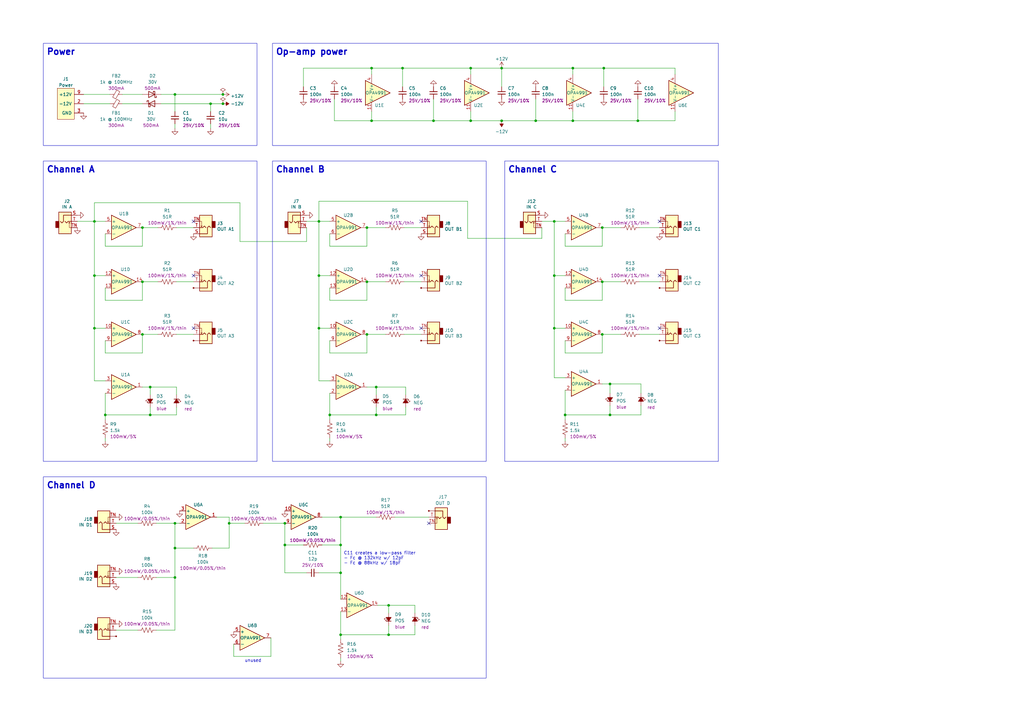
<source format=kicad_sch>
(kicad_sch (version 20230121) (generator eeschema)
  (paper "A3")
  (title_block (title "Helium") (date "2023-04-05") (rev "v3") (company "Winterbloom") (comment 1 "Alethea Flowers") (comment 2 "CERN OHL-P v2") (comment 3 "helium.wntr.dev"))
  (junction (at 152.4 49.53))
  (junction (at 219.71 49.53))
  (junction (at 71.755 236.855))
  (junction (at 71.755 38.735))
  (junction (at 93.98 214.63))
  (junction (at 91.44 42.545))
  (junction (at 154.305 170.18))
  (junction (at 159.385 248.285))
  (junction (at 130.81 113.03))
  (junction (at 61.595 158.75))
  (junction (at 91.44 38.735))
  (junction (at 227.33 113.03))
  (junction (at 61.595 170.18))
  (junction (at 130.81 90.805))
  (junction (at 43.18 170.18))
  (junction (at 150.495 115.57))
  (junction (at 154.305 158.75))
  (junction (at 234.95 49.53))
  (junction (at 58.42 137.16))
  (junction (at 227.33 134.62))
  (junction (at 247.65 27.94))
  (junction (at 86.36 42.545))
  (junction (at 227.33 90.805))
  (junction (at 159.385 260.35))
  (junction (at 116.84 214.63))
  (junction (at 177.8 49.53))
  (junction (at 205.74 27.94))
  (junction (at 247.015 115.57))
  (junction (at 135.255 170.18))
  (junction (at 130.81 134.62))
  (junction (at 261.62 49.53))
  (junction (at 139.7 223.52))
  (junction (at 193.04 27.94))
  (junction (at 58.42 93.345))
  (junction (at 205.74 49.53))
  (junction (at 38.735 90.805))
  (junction (at 247.015 137.16))
  (junction (at 139.7 234.95))
  (junction (at 250.19 170.18))
  (junction (at 165.1 27.94))
  (junction (at 250.19 157.48))
  (junction (at 152.4 27.94))
  (junction (at 193.04 49.53))
  (junction (at 38.735 134.62))
  (junction (at 71.755 214.63))
  (junction (at 234.95 27.94))
  (junction (at 71.755 224.79))
  (junction (at 231.775 170.18))
  (junction (at 58.42 115.57))
  (junction (at 247.015 93.345))
  (junction (at 150.495 137.16))
  (junction (at 150.495 93.345))
  (junction (at 139.7 212.09))
  (junction (at 38.735 113.03))
  (junction (at 139.7 260.35))
  (junction (at 116.84 223.52))
  (no_connect (at 79.375 134.62))
  (no_connect (at 270.51 134.62))
  (no_connect (at 172.72 113.03))
  (no_connect (at 172.72 134.62))
  (no_connect (at 172.72 90.805))
  (no_connect (at 175.895 214.63))
  (no_connect (at 79.375 113.03))
  (no_connect (at 79.375 90.805))
  (no_connect (at 270.51 113.03))
  (no_connect (at 270.51 90.805))
  (wire (pts (xy 66.04 38.735) (xy 71.755 38.735)))
  (wire (pts (xy 150.495 123.19) (xy 135.255 123.19)))
  (wire (pts (xy 150.495 137.16) (xy 150.495 144.78)))
  (wire (pts (xy 64.135 236.855) (xy 71.755 236.855)))
  (wire (pts (xy 205.74 27.94) (xy 205.74 35.56)))
  (wire (pts (xy 150.495 100.965) (xy 150.495 93.345)))
  (wire (pts (xy 95.885 269.24) (xy 111.125 269.24)))
  (wire (pts (xy 231.775 100.965) (xy 247.015 100.965)))
  (wire (pts (xy 88.9 212.09) (xy 93.98 212.09)))
  (wire (pts (xy 43.18 123.19) (xy 43.18 118.11)))
  (wire (pts (xy 116.84 234.95) (xy 116.84 223.52)))
  (wire (pts (xy 71.755 236.855) (xy 71.755 258.445)))
  (wire (pts (xy 43.18 100.965) (xy 43.18 95.885)))
  (wire (pts (xy 154.305 170.18) (xy 166.37 170.18)))
  (wire (pts (xy 154.305 212.09) (xy 139.7 212.09)))
  (wire (pts (xy 130.81 113.03) (xy 130.81 134.62)))
  (wire (pts (xy 98.425 83.185) (xy 98.425 99.06)))
  (wire (pts (xy 43.18 170.18) (xy 43.18 161.29)))
  (wire (pts (xy 231.775 172.085) (xy 231.775 170.18)))
  (wire (pts (xy 219.71 49.53) (xy 234.95 49.53)))
  (wire (pts (xy 234.95 49.53) (xy 234.95 45.72)))
  (wire (pts (xy 170.18 260.35) (xy 170.18 256.54)))
  (wire (pts (xy 262.255 137.16) (xy 270.51 137.16)))
  (wire (pts (xy 107.95 214.63) (xy 116.84 214.63)))
  (wire (pts (xy 154.305 161.925) (xy 154.305 158.75)))
  (wire (pts (xy 154.305 158.75) (xy 166.37 158.75)))
  (wire (pts (xy 270.51 115.57) (xy 262.255 115.57)))
  (wire (pts (xy 137.16 49.53) (xy 152.4 49.53)))
  (wire (pts (xy 231.775 100.965) (xy 231.775 95.885)))
  (wire (pts (xy 61.595 170.18) (xy 61.595 167.005)))
  (wire (pts (xy 219.71 49.53) (xy 219.71 40.64)))
  (wire (pts (xy 93.98 214.63) (xy 93.98 224.79)))
  (wire (pts (xy 166.37 158.75) (xy 166.37 161.925)))
  (wire (pts (xy 270.51 93.345) (xy 262.255 93.345)))
  (wire (pts (xy 64.77 137.16) (xy 58.42 137.16)))
  (wire (pts (xy 152.4 49.53) (xy 177.8 49.53)))
  (wire (pts (xy 71.755 258.445) (xy 64.135 258.445)))
  (wire (pts (xy 247.015 144.78) (xy 247.015 137.16)))
  (wire (pts (xy 34.29 38.735) (xy 45.085 38.735)))
  (wire (pts (xy 64.77 115.57) (xy 58.42 115.57)))
  (wire (pts (xy 135.255 170.18) (xy 135.255 161.29)))
  (wire (pts (xy 61.595 161.925) (xy 61.595 158.75)))
  (wire (pts (xy 58.42 115.57) (xy 58.42 123.19)))
  (wire (pts (xy 56.515 214.63) (xy 47.625 214.63)))
  (wire (pts (xy 72.39 93.345) (xy 79.375 93.345)))
  (wire (pts (xy 139.7 223.52) (xy 139.7 212.09)))
  (wire (pts (xy 231.775 123.19) (xy 231.775 118.11)))
  (wire (pts (xy 152.4 27.94) (xy 152.4 30.48)))
  (wire (pts (xy 135.255 144.78) (xy 135.255 139.7)))
  (wire (pts (xy 111.125 269.24) (xy 111.125 261.62)))
  (wire (pts (xy 205.74 27.94) (xy 234.95 27.94)))
  (wire (pts (xy 139.7 260.35) (xy 139.7 250.825)))
  (wire (pts (xy 43.18 172.085) (xy 43.18 170.18)))
  (wire (pts (xy 227.33 134.62) (xy 227.33 154.94)))
  (wire (pts (xy 205.74 49.53) (xy 219.71 49.53)))
  (wire (pts (xy 38.735 156.21) (xy 43.18 156.21)))
  (wire (pts (xy 79.375 224.79) (xy 71.755 224.79)))
  (wire (pts (xy 250.19 170.18) (xy 262.89 170.18)))
  (wire (pts (xy 193.04 49.53) (xy 193.04 45.72)))
  (wire (pts (xy 231.775 170.18) (xy 250.19 170.18)))
  (wire (pts (xy 191.77 97.79) (xy 222.25 97.79)))
  (wire (pts (xy 38.735 134.62) (xy 38.735 156.21)))
  (wire (pts (xy 254.635 137.16) (xy 247.015 137.16)))
  (wire (pts (xy 56.515 236.855) (xy 47.625 236.855)))
  (wire (pts (xy 135.255 100.965) (xy 150.495 100.965)))
  (wire (pts (xy 86.36 52.705) (xy 86.36 50.8)))
  (wire (pts (xy 47.625 258.445) (xy 56.515 258.445)))
  (wire (pts (xy 58.42 123.19) (xy 43.18 123.19)))
  (wire (pts (xy 227.33 113.03) (xy 227.33 134.62)))
  (wire (pts (xy 250.19 166.37) (xy 250.19 170.18)))
  (wire (pts (xy 139.7 234.95) (xy 139.7 223.52)))
  (wire (pts (xy 250.19 157.48) (xy 262.89 157.48)))
  (wire (pts (xy 135.255 123.19) (xy 135.255 118.11)))
  (wire (pts (xy 61.595 158.75) (xy 72.39 158.75)))
  (wire (pts (xy 247.015 123.19) (xy 247.015 115.57)))
  (wire (pts (xy 159.385 251.46) (xy 159.385 248.285)))
  (wire (pts (xy 124.46 27.94) (xy 152.4 27.94)))
  (wire (pts (xy 100.33 214.63) (xy 93.98 214.63)))
  (wire (pts (xy 158.115 115.57) (xy 150.495 115.57)))
  (wire (pts (xy 262.89 157.48) (xy 262.89 161.29)))
  (wire (pts (xy 159.385 248.285) (xy 154.94 248.285)))
  (wire (pts (xy 43.18 144.78) (xy 43.18 139.7)))
  (wire (pts (xy 231.775 144.78) (xy 247.015 144.78)))
  (wire (pts (xy 130.81 90.805) (xy 130.81 82.55)))
  (wire (pts (xy 231.775 144.78) (xy 231.775 139.7)))
  (wire (pts (xy 177.8 40.64) (xy 177.8 49.53)))
  (wire (pts (xy 177.8 49.53) (xy 193.04 49.53)))
  (wire (pts (xy 43.18 100.965) (xy 58.42 100.965)))
  (wire (pts (xy 38.735 134.62) (xy 43.18 134.62)))
  (wire (pts (xy 191.77 82.55) (xy 191.77 97.79)))
  (wire (pts (xy 61.595 170.18) (xy 72.39 170.18)))
  (wire (pts (xy 125.73 234.95) (xy 116.84 234.95)))
  (wire (pts (xy 43.18 90.805) (xy 38.735 90.805)))
  (wire (pts (xy 71.755 214.63) (xy 73.66 214.63)))
  (wire (pts (xy 159.385 260.35) (xy 159.385 256.54)))
  (wire (pts (xy 193.04 30.48) (xy 193.04 27.94)))
  (wire (pts (xy 139.7 271.145) (xy 139.7 269.875)))
  (wire (pts (xy 130.81 82.55) (xy 191.77 82.55)))
  (wire (pts (xy 261.62 49.53) (xy 261.62 40.64)))
  (wire (pts (xy 38.735 83.185) (xy 98.425 83.185)))
  (wire (pts (xy 152.4 45.72) (xy 152.4 49.53)))
  (wire (pts (xy 58.42 144.78) (xy 43.18 144.78)))
  (wire (pts (xy 250.19 161.29) (xy 250.19 157.48)))
  (wire (pts (xy 98.425 99.06) (xy 125.73 99.06)))
  (wire (pts (xy 227.33 134.62) (xy 231.775 134.62)))
  (wire (pts (xy 58.42 100.965) (xy 58.42 93.345)))
  (wire (pts (xy 227.33 90.805) (xy 222.25 90.805)))
  (wire (pts (xy 231.775 170.18) (xy 231.775 160.02)))
  (wire (pts (xy 137.16 40.64) (xy 137.16 49.53)))
  (wire (pts (xy 139.7 262.255) (xy 139.7 260.35)))
  (wire (pts (xy 161.925 212.09) (xy 175.895 212.09)))
  (wire (pts (xy 124.46 35.56) (xy 124.46 27.94)))
  (wire (pts (xy 276.86 27.94) (xy 276.86 30.48)))
  (wire (pts (xy 38.735 90.805) (xy 38.735 83.185)))
  (wire (pts (xy 234.95 27.94) (xy 247.65 27.94)))
  (wire (pts (xy 165.1 27.94) (xy 193.04 27.94)))
  (wire (pts (xy 86.36 42.545) (xy 86.36 45.72)))
  (wire (pts (xy 139.7 234.95) (xy 139.7 245.745)))
  (wire (pts (xy 135.255 90.805) (xy 130.81 90.805)))
  (wire (pts (xy 247.65 27.94) (xy 247.65 35.56)))
  (wire (pts (xy 93.98 212.09) (xy 93.98 214.63)))
  (wire (pts (xy 130.81 156.21) (xy 135.255 156.21)))
  (wire (pts (xy 72.39 137.16) (xy 79.375 137.16)))
  (wire (pts (xy 247.015 100.965) (xy 247.015 93.345)))
  (wire (pts (xy 125.73 99.06) (xy 125.73 93.345)))
  (wire (pts (xy 139.7 212.09) (xy 132.08 212.09)))
  (wire (pts (xy 132.08 223.52) (xy 139.7 223.52)))
  (wire (pts (xy 93.98 224.79) (xy 86.995 224.79)))
  (wire (pts (xy 50.165 42.545) (xy 58.42 42.545)))
  (wire (pts (xy 58.42 137.16) (xy 58.42 144.78)))
  (wire (pts (xy 165.735 137.16) (xy 172.72 137.16)))
  (wire (pts (xy 135.255 172.085) (xy 135.255 170.18)))
  (wire (pts (xy 71.755 214.63) (xy 71.755 224.79)))
  (wire (pts (xy 165.735 93.345) (xy 172.72 93.345)))
  (wire (pts (xy 71.755 52.705) (xy 71.755 50.8)))
  (wire (pts (xy 38.735 113.03) (xy 38.735 134.62)))
  (wire (pts (xy 71.755 38.735) (xy 91.44 38.735)))
  (wire (pts (xy 150.495 144.78) (xy 135.255 144.78)))
  (wire (pts (xy 130.81 134.62) (xy 130.81 156.21)))
  (wire (pts (xy 64.135 214.63) (xy 71.755 214.63)))
  (wire (pts (xy 66.04 42.545) (xy 86.36 42.545)))
  (wire (pts (xy 262.89 166.37) (xy 262.89 170.18)))
  (wire (pts (xy 227.33 113.03) (xy 231.775 113.03)))
  (wire (pts (xy 158.115 93.345) (xy 150.495 93.345)))
  (wire (pts (xy 43.18 179.705) (xy 43.18 180.975)))
  (wire (pts (xy 71.755 38.735) (xy 71.755 45.72)))
  (wire (pts (xy 135.255 100.965) (xy 135.255 95.885)))
  (wire (pts (xy 31.75 90.805) (xy 38.735 90.805)))
  (wire (pts (xy 116.84 214.63) (xy 116.84 223.52)))
  (wire (pts (xy 159.385 248.285) (xy 170.18 248.285)))
  (wire (pts (xy 72.39 158.75) (xy 72.39 161.925)))
  (wire (pts (xy 193.04 27.94) (xy 205.74 27.94)))
  (wire (pts (xy 234.95 49.53) (xy 261.62 49.53)))
  (wire (pts (xy 38.735 113.03) (xy 43.18 113.03)))
  (wire (pts (xy 154.305 158.75) (xy 150.495 158.75)))
  (wire (pts (xy 231.775 90.805) (xy 227.33 90.805)))
  (wire (pts (xy 34.29 42.545) (xy 45.085 42.545)))
  (wire (pts (xy 234.95 27.94) (xy 234.95 30.48)))
  (wire (pts (xy 135.255 170.18) (xy 154.305 170.18)))
  (wire (pts (xy 150.495 115.57) (xy 150.495 123.19)))
  (wire (pts (xy 158.115 137.16) (xy 150.495 137.16)))
  (wire (pts (xy 254.635 115.57) (xy 247.015 115.57)))
  (wire (pts (xy 116.84 223.52) (xy 124.46 223.52)))
  (wire (pts (xy 227.33 90.805) (xy 227.33 113.03)))
  (wire (pts (xy 247.65 27.94) (xy 276.86 27.94)))
  (wire (pts (xy 276.86 49.53) (xy 261.62 49.53)))
  (wire (pts (xy 231.775 179.705) (xy 231.775 180.975)))
  (wire (pts (xy 43.18 170.18) (xy 61.595 170.18)))
  (wire (pts (xy 130.81 90.805) (xy 130.81 113.03)))
  (wire (pts (xy 276.86 45.72) (xy 276.86 49.53)))
  (wire (pts (xy 64.77 93.345) (xy 58.42 93.345)))
  (wire (pts (xy 130.81 90.805) (xy 125.73 90.805)))
  (wire (pts (xy 165.1 27.94) (xy 165.1 35.56)))
  (wire (pts (xy 130.81 234.95) (xy 139.7 234.95)))
  (wire (pts (xy 165.735 115.57) (xy 172.72 115.57)))
  (wire (pts (xy 130.81 113.03) (xy 135.255 113.03)))
  (wire (pts (xy 227.33 154.94) (xy 231.775 154.94)))
  (wire (pts (xy 165.1 27.94) (xy 152.4 27.94)))
  (wire (pts (xy 154.305 167.005) (xy 154.305 170.18)))
  (wire (pts (xy 254.635 93.345) (xy 247.015 93.345)))
  (wire (pts (xy 170.18 248.285) (xy 170.18 251.46)))
  (wire (pts (xy 61.595 158.75) (xy 58.42 158.75)))
  (wire (pts (xy 130.81 134.62) (xy 135.255 134.62)))
  (wire (pts (xy 95.885 264.16) (xy 95.885 269.24)))
  (wire (pts (xy 231.775 123.19) (xy 247.015 123.19)))
  (wire (pts (xy 135.255 179.705) (xy 135.255 180.975)))
  (wire (pts (xy 50.165 38.735) (xy 58.42 38.735)))
  (wire (pts (xy 166.37 167.005) (xy 166.37 170.18)))
  (wire (pts (xy 139.7 260.35) (xy 159.385 260.35)))
  (wire (pts (xy 250.19 157.48) (xy 247.015 157.48)))
  (wire (pts (xy 193.04 49.53) (xy 205.74 49.53)))
  (wire (pts (xy 71.755 236.855) (xy 71.755 224.79)))
  (wire (pts (xy 72.39 170.18) (xy 72.39 167.005)))
  (wire (pts (xy 38.735 90.805) (xy 38.735 113.03)))
  (wire (pts (xy 159.385 260.35) (xy 170.18 260.35)))
  (wire (pts (xy 86.36 42.545) (xy 91.44 42.545)))
  (wire (pts (xy 72.39 115.57) (xy 79.375 115.57)))
  (wire (pts (xy 222.25 97.79) (xy 222.25 93.345)))
  (rectangle (start 207.01 66.04) (end 294.64 189.23))
  (rectangle (start 17.78 195.58) (end 199.39 278.13))
  (rectangle (start 17.78 66.04) (end 105.41 189.23))
  (rectangle (start 111.76 17.78) (end 294.64 59.69))
  (rectangle (start 17.78 17.78) (end 105.41 59.69))
  (rectangle (start 111.76 66.04) (end 199.39 189.23))
  (text "Channel B" (at 113.03 71.12 0) (effects (font (size 2.54 2.54) (thickness 0.508) bold) (justify left bottom)))
  (text "C11 creates a low-pass filter\n- Fc @ 132kHz w/ 12pF\n- Fc @ 88kHz w/ 18pF" (at 140.97 231.775 0) (effects (font (size 1.27 1.27)) (justify left bottom)))
  (text "Channel A" (at 19.05 71.12 0) (effects (font (size 2.54 2.54) (thickness 0.508) bold) (justify left bottom)))
  (text "Op-amp power" (at 113.03 22.86 0) (effects (font (size 2.54 2.54) (thickness 0.508) bold) (justify left bottom)))
  (text "Power" (at 19.05 22.86 0) (effects (font (size 2.54 2.54) (thickness 0.508) bold) (justify left bottom)))
  (text "Channel C" (at 208.28 71.12 0) (effects (font (size 2.54 2.54) (thickness 0.508) bold) (justify left bottom)))
  (text "unused\n" (at 100.33 271.78 0) (effects (font (size 1.27 1.27)) (justify left bottom)))
  (text "Channel D" (at 19.05 200.66 0) (effects (font (size 2.54 2.54) (thickness 0.508) bold) (justify left bottom)))
  (symbol (lib_id "winterbloom:OPA4991") (at 50.8 93.345 0) (unit 2)
    (property "Reference" "U1" (at 50.8 87.63 0))
    (property "Value" "OPA4991" (at 45.72 93.345 0) (effects (justify left)))
    (property "Footprint" "Package_SO:TSSOP-14_4.4x5mm_P0.65mm" (effects hide))
    (property "Datasheet" "https://www.ti.com/lit/ds/symlink/opa4991.pdf" (effects hide))
    (property "mpn" "OPA4991IPWR" (effects hide))
    (property "smd kit" "1" (effects hide))
  )
  (symbol (lib_id "winterbloom:Eurorack_Mono_Jack") (at 26.67 92.075 180) (unit 1)
    (property "Reference" "J2" (at 27.4828 82.55 0))
    (property "Value" "IN A" (at 27.4828 84.8614 0))
    (property "Footprint" "winterbloom:AudioJack_WQP518MA_Compact_S" (effects hide))
    (property "Datasheet" "http://www.qingpu-electronics.com/en/products/WQP-PJ398SM-362.html" (effects hide))
    (property "mpn" "WQP-WQP518MA" (effects hide))
    (property "MPN" "WQP-WQP518MA" (effects hide))
  )
  (symbol (lib_id "Device:R_US") (at 68.58 93.345 270) (unit 1)
    (property "Reference" "R1" (at 68.58 86.36 90))
    (property "Value" "51R" (at 68.58 88.9 90))
    (property "Footprint" "winterbloom:R_0603_HandSolder" (effects hide))
    (property "Notes" "thin film, highest possible wattage for size" (effects hide))
    (property "smd kit" "1" (effects hide))
    (property "Rating" "100mW/1%/thin" (at 68.58 91.44 90))
  )
  (symbol (lib_id "winterbloom:Eurorack_Mono_Jack") (at 84.455 92.075 0) (unit 1)
    (property "Reference" "J3" (at 89.027 91.6432 0) (effects (justify left)))
    (property "Value" "OUT A1" (at 89.027 93.9546 0) (effects (justify left)))
    (property "Footprint" "winterbloom:AudioJack_WQP518MA_Compact_S" (effects hide))
    (property "Datasheet" "http://www.qingpu-electronics.com/en/products/WQP-PJ398SM-362.html" (effects hide))
    (property "mpn" "WQP-WQP518MA" (effects hide))
    (property "MPN" "WQP-WQP518MA" (effects hide))
  )
  (symbol (lib_id "power:GND") (at 79.375 95.885 0) (unit 1)
    (property "Reference" "#PWR02" (effects hide))
    (property "Value" "GND" (effects hide))
  )
  (symbol (lib_id "winterbloom:OPA4991") (at 50.8 115.57 0) (unit 4)
    (property "Reference" "U1" (at 51.435 110.49 0))
    (property "Value" "OPA4991" (at 45.72 115.57 0) (effects (justify left)))
    (property "Footprint" "Package_SO:TSSOP-14_4.4x5mm_P0.65mm" (effects hide))
    (property "Datasheet" "https://www.ti.com/lit/ds/symlink/opa4991.pdf" (effects hide))
    (property "mpn" "OPA4991IPWR" (effects hide))
    (property "smd kit" "1" (effects hide))
  )
  (symbol (lib_id "Device:R_US") (at 68.58 115.57 270) (unit 1)
    (property "Reference" "R2" (at 68.58 107.95 90))
    (property "Value" "51R" (at 68.58 110.49 90))
    (property "Footprint" "winterbloom:R_0603_HandSolder" (effects hide))
    (property "Notes" "thin film, highest possible wattage for size" (effects hide))
    (property "smd kit" "1" (effects hide))
    (property "Rating" "100mW/1%/thin" (at 68.58 113.03 90))
  )
  (symbol (lib_id "winterbloom:Eurorack_Mono_Jack_No_S") (at 84.455 114.3 0) (unit 1)
    (property "Reference" "J4" (at 89.027 113.8682 0) (effects (justify left)))
    (property "Value" "OUT A2" (at 89.027 116.1796 0) (effects (justify left)))
    (property "Footprint" "winterbloom:AudioJack_WQP518MA_No_S" (effects hide))
    (property "Datasheet" "http://www.qingpu-electronics.com/en/products/WQP-PJ398SM-362.html" (effects hide))
    (property "mpn" "WQP-WQP518MA" (effects hide))
    (property "MPN" "WQP-WQP518MA" (effects hide))
  )
  (symbol (lib_id "winterbloom:OPA4991") (at 50.8 137.16 0) (unit 3)
    (property "Reference" "U1" (at 51.435 132.08 0))
    (property "Value" "OPA4991" (at 50.165 137.16 0))
    (property "Footprint" "Package_SO:TSSOP-14_4.4x5mm_P0.65mm" (effects hide))
    (property "Datasheet" "https://www.ti.com/lit/ds/symlink/opa4991.pdf" (effects hide))
    (property "mpn" "OPA4991IPWR" (effects hide))
    (property "smd kit" "1" (effects hide))
  )
  (symbol (lib_id "Device:R_US") (at 68.58 137.16 270) (unit 1)
    (property "Reference" "R3" (at 68.58 129.54 90))
    (property "Value" "51R" (at 68.58 132.08 90))
    (property "Footprint" "winterbloom:R_0603_HandSolder" (effects hide))
    (property "Notes" "thin film, highest possible wattage for size" (effects hide))
    (property "smd kit" "1" (effects hide))
    (property "Rating" "100mW/1%/thin" (at 68.58 134.62 90))
  )
  (symbol (lib_id "winterbloom:Eurorack_Mono_Jack_No_S") (at 84.455 135.89 0) (unit 1)
    (property "Reference" "J5" (at 89.027 135.4582 0) (effects (justify left)))
    (property "Value" "OUT A3" (at 89.027 137.7696 0) (effects (justify left)))
    (property "Footprint" "winterbloom:AudioJack_WQP518MA_No_S" (effects hide))
    (property "Datasheet" "http://www.qingpu-electronics.com/en/products/WQP-PJ398SM-362.html" (effects hide))
    (property "mpn" "WQP-WQP518MA" (effects hide))
    (property "MPN" "WQP-WQP518MA" (effects hide))
  )
  (symbol (lib_id "winterbloom:OPA4991") (at 50.8 158.75 0) (unit 1)
    (property "Reference" "U1" (at 51.435 153.67 0))
    (property "Value" "OPA4991" (at 50.165 158.75 0))
    (property "Footprint" "Package_SO:TSSOP-14_4.4x5mm_P0.65mm" (effects hide))
    (property "Datasheet" "https://www.ti.com/lit/ds/symlink/opa4991.pdf" (effects hide))
    (property "mpn" "OPA4991IPWR" (effects hide))
    (property "smd kit" "1" (effects hide))
  )
  (symbol (lib_id "power:GND") (at 31.75 88.265 90) (unit 1)
    (property "Reference" "#PWR01" (effects hide))
    (property "Value" "GND" (effects hide))
  )
  (symbol (lib_id "winterbloom:OPA4991") (at 142.875 93.345 0) (unit 2)
    (property "Reference" "U2" (at 142.875 88.265 0))
    (property "Value" "OPA4991" (at 142.24 93.345 0))
    (property "Footprint" "Package_SO:TSSOP-14_4.4x5mm_P0.65mm" (effects hide))
    (property "Datasheet" "https://www.ti.com/lit/ds/symlink/opa4991.pdf" (effects hide))
    (property "mpn" "OPA4991IPWR" (effects hide))
    (property "smd kit" "1" (effects hide))
  )
  (symbol (lib_id "winterbloom:Eurorack_Mono_Jack") (at 120.65 92.075 180) (unit 1)
    (property "Reference" "J7" (at 121.4628 82.55 0))
    (property "Value" "IN B" (at 121.4628 84.8614 0))
    (property "Footprint" "winterbloom:AudioJack_WQP518MA_Compact_S" (effects hide))
    (property "Datasheet" "http://www.qingpu-electronics.com/en/products/WQP-PJ398SM-362.html" (effects hide))
    (property "mpn" "WQP-WQP518MA" (effects hide))
    (property "MPN" "WQP-WQP518MA" (effects hide))
  )
  (symbol (lib_id "Device:R_US") (at 161.925 93.345 270) (unit 1)
    (property "Reference" "R5" (at 161.925 86.36 90))
    (property "Value" "51R" (at 161.925 88.9 90))
    (property "Footprint" "winterbloom:R_0603_HandSolder" (effects hide))
    (property "Notes" "thin film, highest possible wattage for size" (effects hide))
    (property "smd kit" "1" (effects hide))
    (property "Rating" "100mW/1%/thin" (at 161.925 91.44 90))
  )
  (symbol (lib_id "winterbloom:Eurorack_Mono_Jack") (at 177.8 92.075 0) (unit 1)
    (property "Reference" "J8" (at 182.372 91.6432 0) (effects (justify left)))
    (property "Value" "OUT B1" (at 182.372 93.9546 0) (effects (justify left)))
    (property "Footprint" "winterbloom:AudioJack_WQP518MA_Compact_S" (effects hide))
    (property "Datasheet" "http://www.qingpu-electronics.com/en/products/WQP-PJ398SM-362.html" (effects hide))
    (property "mpn" "WQP-WQP518MA" (effects hide))
    (property "MPN" "WQP-WQP518MA" (effects hide))
  )
  (symbol (lib_id "power:GND") (at 172.72 95.885 0) (unit 1)
    (property "Reference" "#PWR07" (effects hide))
    (property "Value" "GND" (effects hide))
  )
  (symbol (lib_id "winterbloom:OPA4991") (at 142.875 115.57 0) (unit 4)
    (property "Reference" "U2" (at 142.875 110.49 0))
    (property "Value" "OPA4991" (at 142.24 115.57 0))
    (property "Footprint" "Package_SO:TSSOP-14_4.4x5mm_P0.65mm" (effects hide))
    (property "Datasheet" "https://www.ti.com/lit/ds/symlink/opa4991.pdf" (effects hide))
    (property "mpn" "OPA4991IPWR" (effects hide))
    (property "smd kit" "1" (effects hide))
  )
  (symbol (lib_id "Device:R_US") (at 161.925 115.57 270) (unit 1)
    (property "Reference" "R6" (at 161.925 107.95 90))
    (property "Value" "51R" (at 161.925 110.49 90))
    (property "Footprint" "winterbloom:R_0603_HandSolder" (effects hide))
    (property "Notes" "thin film, highest possible wattage for size" (effects hide))
    (property "smd kit" "1" (effects hide))
    (property "Rating" "100mW/1%/thin" (at 161.925 113.03 90))
  )
  (symbol (lib_id "winterbloom:Eurorack_Mono_Jack_No_S") (at 177.8 114.3 0) (unit 1)
    (property "Reference" "J9" (at 182.372 113.8682 0) (effects (justify left)))
    (property "Value" "OUT B2" (at 182.372 116.1796 0) (effects (justify left)))
    (property "Footprint" "winterbloom:AudioJack_WQP518MA_No_S" (effects hide))
    (property "Datasheet" "http://www.qingpu-electronics.com/en/products/WQP-PJ398SM-362.html" (effects hide))
    (property "mpn" "WQP-WQP518MA" (effects hide))
    (property "MPN" "WQP-WQP518MA" (effects hide))
  )
  (symbol (lib_id "winterbloom:OPA4991") (at 142.875 137.16 0) (unit 3)
    (property "Reference" "U2" (at 142.875 132.08 0))
    (property "Value" "OPA4991" (at 142.24 137.16 0))
    (property "Footprint" "Package_SO:TSSOP-14_4.4x5mm_P0.65mm" (effects hide))
    (property "Datasheet" "https://www.ti.com/lit/ds/symlink/opa4991.pdf" (effects hide))
    (property "mpn" "OPA4991IPWR" (effects hide))
    (property "smd kit" "1" (effects hide))
  )
  (symbol (lib_id "Device:R_US") (at 161.925 137.16 270) (unit 1)
    (property "Reference" "R7" (at 161.925 129.54 90))
    (property "Value" "51R" (at 161.925 132.08 90))
    (property "Footprint" "winterbloom:R_0603_HandSolder" (effects hide))
    (property "Notes" "thin film, highest possible wattage for size" (effects hide))
    (property "smd kit" "1" (effects hide))
    (property "Rating" "100mW/1%/thin" (at 161.925 134.62 90))
  )
  (symbol (lib_id "winterbloom:Eurorack_Mono_Jack_No_S") (at 177.8 135.89 0) (unit 1)
    (property "Reference" "J10" (at 182.372 135.4582 0) (effects (justify left)))
    (property "Value" "OUT B3" (at 182.372 137.7696 0) (effects (justify left)))
    (property "Footprint" "winterbloom:AudioJack_WQP518MA_No_S" (effects hide))
    (property "Datasheet" "http://www.qingpu-electronics.com/en/products/WQP-PJ398SM-362.html" (effects hide))
    (property "mpn" "WQP-WQP518MA" (effects hide))
    (property "MPN" "WQP-WQP518MA" (effects hide))
  )
  (symbol (lib_id "winterbloom:OPA4991") (at 142.875 158.75 0) (unit 1)
    (property "Reference" "U2" (at 142.875 153.67 0))
    (property "Value" "OPA4991" (at 142.24 158.75 0))
    (property "Footprint" "Package_SO:TSSOP-14_4.4x5mm_P0.65mm" (effects hide))
    (property "Datasheet" "https://www.ti.com/lit/ds/symlink/opa4991.pdf" (effects hide))
    (property "mpn" "OPA4991IPWR" (effects hide))
    (property "smd kit" "1" (effects hide))
  )
  (symbol (lib_id "power:GND") (at 125.73 88.265 90) (unit 1)
    (property "Reference" "#PWR06" (effects hide))
    (property "Value" "GND" (effects hide))
  )
  (symbol (lib_id "winterbloom:Eurorack_Power") (at 26.67 42.545 0) (unit 1)
    (property "Reference" "J1" (at 26.9875 32.385 0))
    (property "Value" "Power" (at 26.9875 34.925 0))
    (property "Footprint" "winterbloom:Eurorack_Power_2x5_Shrouded_Lock" (effects hide))
    (property "Datasheet" "https://static6.arrow.com/aropdfconversion/1507f1621f4e67855dd466ebb3ac550d52564a9d/32302-sxx1.pdf" (effects hide))
    (property "mpn" "302-S101" (effects hide))
    (property "MPN" "302-S101" (effects hide))
  )
  (symbol (lib_id "Device:FerriteBead_Small") (at 47.625 42.545 270) (unit 1)
    (property "Reference" "FB1" (at 47.6631 46.355 90))
    (property "Value" "1k @ 100MHz" (at 47.6631 48.895 90))
    (property "Footprint" "winterbloom:L_0603_HandSolder" (effects hide))
    (property "mpn" "742792664" (effects hide))
    (property "smd kit" "1" (effects hide))
    (property "Rating" "300mA" (at 47.6631 51.435 90))
  )
  (symbol (lib_id "Diode:1N5819") (at 62.23 42.545 0) (unit 1)
    (property "Reference" "D1" (at 61.9125 46.355 0))
    (property "Value" "30V" (at 61.9125 48.895 0))
    (property "Footprint" "winterbloom:D_SOD-123+SOD-123F" (effects hide))
    (property "Datasheet" "http://www.vishay.com/docs/88525/1n5817.pdf" (effects hide))
    (property "mpn" "PMEG2005EGWX" (effects hide))
    (property "Notes" "Any PMEGxxxxEGW part, 500mA If" (effects hide))
    (property "smd kit" "1" (effects hide))
    (property "Rating" "500mA" (at 61.9125 51.435 0))
  )
  (symbol (lib_id "winterbloom:OPA4991") (at 154.94 38.1 0) (unit 5)
    (property "Reference" "U1" (at 153.67 43.18 0) (effects (justify left)))
    (property "Value" "OPA4991" (at 149.86 38.1 0) (effects (justify left)))
    (property "Footprint" "Package_SO:TSSOP-14_4.4x5mm_P0.65mm" (effects hide))
    (property "Datasheet" "https://www.ti.com/lit/ds/symlink/opa4991.pdf" (effects hide))
    (property "mpn" "OPA4991IPWR" (effects hide))
    (property "smd kit" "1" (effects hide))
  )
  (symbol (lib_id "winterbloom:OPA4991") (at 195.58 38.1 0) (unit 5)
    (property "Reference" "U2" (at 194.31 43.18 0) (effects (justify left)))
    (property "Value" "OPA4991" (at 190.5 38.1 0) (effects (justify left)))
    (property "Footprint" "Package_SO:TSSOP-14_4.4x5mm_P0.65mm" (effects hide))
    (property "Datasheet" "https://www.ti.com/lit/ds/symlink/opa4991.pdf" (effects hide))
    (property "mpn" "OPA4991IPWR" (effects hide))
    (property "smd kit" "1" (effects hide))
  )
  (symbol (lib_id "Device:FerriteBead_Small") (at 47.625 38.735 270) (unit 1)
    (property "Reference" "FB2" (at 47.6631 31.115 90))
    (property "Value" "1k @ 100MHz" (at 47.6631 33.655 90))
    (property "Footprint" "winterbloom:L_0603_HandSolder" (effects hide))
    (property "mpn" "742792664" (effects hide))
    (property "smd kit" "1" (effects hide))
    (property "Rating" "300mA" (at 47.6631 36.195 90))
  )
  (symbol (lib_id "Diode:1N5819") (at 62.23 38.735 180) (unit 1)
    (property "Reference" "D2" (at 62.5475 31.115 0))
    (property "Value" "30V" (at 62.5475 33.655 0))
    (property "Footprint" "winterbloom:D_SOD-123+SOD-123F" (effects hide))
    (property "Datasheet" "http://www.vishay.com/docs/88525/1n5817.pdf" (effects hide))
    (property "mpn" "PMEG2005EGWX" (effects hide))
    (property "Notes" "Any PMEGxxxxEGW part, 500mA If" (effects hide))
    (property "smd kit" "1" (effects hide))
    (property "Rating" "500mA" (at 62.5475 36.195 0))
  )
  (symbol (lib_id "power:GND") (at 34.29 46.355 0) (unit 1)
    (property "Reference" "#PWR0101" (effects hide))
    (property "Value" "GND" (effects hide))
  )
  (symbol (lib_id "power:-12V") (at 91.44 42.545 270) (unit 1)
    (property "Reference" "#PWR0103" (effects hide))
    (property "Value" "-12V" (at 94.615 42.545 90) (effects (justify left)))
  )
  (symbol (lib_id "power:+12V") (at 91.44 38.735 270) (unit 1)
    (property "Reference" "#PWR0104" (effects hide))
    (property "Value" "+12V" (at 94.615 39.37 90) (effects (justify left)))
  )
  (symbol (lib_id "power:-12V") (at 205.74 49.53 180) (unit 1)
    (property "Reference" "#PWR0105" (effects hide))
    (property "Value" "-12V" (at 205.74 53.975 0))
  )
  (symbol (lib_id "power:GND") (at 31.75 93.345 0) (unit 1)
    (property "Reference" "#PWR0149" (effects hide))
    (property "Value" "GND" (effects hide))
  )
  (symbol (lib_id "Device:C_Small") (at 124.46 38.1 0) (unit 1)
    (property "Reference" "C3" (at 127 36.2013 0) (effects (justify left)))
    (property "Value" "100n" (at 127 38.7413 0) (effects (justify left)))
    (property "Footprint" "winterbloom:C_0603_HandSolder" (effects hide))
    (property "mpn" "C1608X7R1E104K080AA" (effects hide))
    (property "Notes" "0603, 25V+, 10%, Bypass cap" (effects hide))
    (property "smd kit" "1" (effects hide))
    (property "Rating" "25V/10%" (at 127 41.2813 0) (effects (justify left)))
  )
  (symbol (lib_id "power:GND") (at 124.46 40.64 0) (unit 1)
    (property "Reference" "#PWR0110" (effects hide))
    (property "Value" "GND" (effects hide))
  )
  (symbol (lib_id "Device:C_Small") (at 165.1 38.1 0) (unit 1)
    (property "Reference" "C5" (at 167.64 36.2013 0) (effects (justify left)))
    (property "Value" "100n" (at 167.64 38.7413 0) (effects (justify left)))
    (property "Footprint" "winterbloom:C_0603_HandSolder" (effects hide))
    (property "mpn" "C1608X7R1E104K080AA" (effects hide))
    (property "Notes" "0603, 25V+, 10%, Bypass cap" (effects hide))
    (property "smd kit" "1" (effects hide))
    (property "Rating" "25V/10%" (at 167.64 41.2813 0) (effects (justify left)))
  )
  (symbol (lib_id "power:GND") (at 165.1 40.64 0) (unit 1)
    (property "Reference" "#PWR0112" (effects hide))
    (property "Value" "GND" (effects hide))
  )
  (symbol (lib_id "Device:C_Small") (at 137.16 38.1 180) (unit 1)
    (property "Reference" "C4" (at 139.7 36.1886 0) (effects (justify right)))
    (property "Value" "100n" (at 139.7 38.7286 0) (effects (justify right)))
    (property "Footprint" "winterbloom:C_0603_HandSolder" (effects hide))
    (property "mpn" "C1608X7R1E104K080AA" (effects hide))
    (property "Notes" "0603, 25V+, 10%, Bypass cap" (effects hide))
    (property "smd kit" "1" (effects hide))
    (property "Rating" "25V/10%" (at 139.7 41.2686 0) (effects (justify right)))
  )
  (symbol (lib_id "power:GND") (at 137.16 35.56 180) (unit 1)
    (property "Reference" "#PWR0113" (effects hide))
    (property "Value" "GND" (effects hide))
  )
  (symbol (lib_id "Device:C_Small") (at 177.8 38.1 180) (unit 1)
    (property "Reference" "C6" (at 180.34 36.1886 0) (effects (justify right)))
    (property "Value" "100n" (at 180.34 38.7286 0) (effects (justify right)))
    (property "Footprint" "winterbloom:C_0603_HandSolder" (effects hide))
    (property "mpn" "C1608X7R1E104K080AA" (effects hide))
    (property "Notes" "0603, 25V+, 10%, Bypass cap" (effects hide))
    (property "smd kit" "1" (effects hide))
    (property "Rating" "25V/10%" (at 180.34 41.2686 0) (effects (justify right)))
  )
  (symbol (lib_id "power:GND") (at 177.8 35.56 180) (unit 1)
    (property "Reference" "#PWR0114" (effects hide))
    (property "Value" "GND" (effects hide))
  )
  (symbol (lib_id "Device:C_Small") (at 71.755 48.26 0) (unit 1)
    (property "Reference" "C1" (at 74.93 46.3613 0) (effects (justify left)))
    (property "Value" "10u" (at 74.93 48.9013 0) (effects (justify left)))
    (property "Footprint" "winterbloom:C_0805_HandSolder" (effects hide))
    (property "mpn" "GRM21BR61E106KA73K" (effects hide))
    (property "Notes" "0805, 25V+, 10%, Bulk cap" (effects hide))
    (property "smd kit" "1" (effects hide))
    (property "Rating" "25V/10%" (at 74.93 51.4413 0) (effects (justify left)))
  )
  (symbol (lib_id "power:GND") (at 71.755 52.705 0) (unit 1)
    (property "Reference" "#PWR0118" (effects hide))
    (property "Value" "GND" (effects hide))
  )
  (symbol (lib_id "Device:C_Small") (at 86.36 48.26 0) (unit 1)
    (property "Reference" "C2" (at 89.535 46.3613 0) (effects (justify left)))
    (property "Value" "10u" (at 89.535 48.9013 0) (effects (justify left)))
    (property "Footprint" "winterbloom:C_0805_HandSolder" (effects hide))
    (property "mpn" "GRM21BR61E106KA73K" (effects hide))
    (property "Notes" "0805, 25V+, 10%, Bulk cap" (effects hide))
    (property "smd kit" "1" (effects hide))
    (property "Rating" "25V/10%" (at 89.535 51.4413 0) (effects (justify left)))
  )
  (symbol (lib_id "Device:R_US") (at 60.325 214.63 270) (unit 1)
    (property "Reference" "R4" (at 60.325 207.645 90))
    (property "Value" "100k" (at 60.325 210.185 90))
    (property "Footprint" "winterbloom:R_0603_HandSolder" (effects hide))
    (property "mpn" "ERA-3VRW1003V" (effects hide))
    (property "Notes" "0.05%, thin film" (effects hide))
    (property "smd kit" "1" (effects hide))
    (property "Rating" "100mW/0.05%/thin" (at 60.325 212.725 90))
  )
  (symbol (lib_id "Device:R_US") (at 60.325 236.855 270) (unit 1)
    (property "Reference" "R8" (at 60.325 229.235 90))
    (property "Value" "100k" (at 60.325 231.775 90))
    (property "Footprint" "winterbloom:R_0603_HandSolder" (effects hide))
    (property "mpn" "ERA-3VRW1003V" (effects hide))
    (property "Notes" "0.05%, thin film" (effects hide))
    (property "smd kit" "1" (effects hide))
    (property "Rating" "100mW/0.05%/thin" (at 60.325 234.315 90))
  )
  (symbol (lib_id "Device:R_US") (at 60.325 258.445 270) (unit 1)
    (property "Reference" "R15" (at 60.325 250.825 90))
    (property "Value" "100k" (at 60.325 253.365 90))
    (property "Footprint" "winterbloom:R_0603_HandSolder" (effects hide))
    (property "mpn" "ERA-3VRW1003V" (effects hide))
    (property "Notes" "0.05%, thin film" (effects hide))
    (property "smd kit" "1" (effects hide))
    (property "Rating" "100mW/0.05%/thin" (at 60.325 255.905 90))
  )
  (symbol (lib_id "power:GND") (at 73.66 209.55 0) (mirror y) (unit 1)
    (property "Reference" "#PWR0145" (effects hide))
    (property "Value" "GND" (effects hide))
  )
  (symbol (lib_id "winterbloom:OPA4991") (at 239.395 93.345 0) (unit 2)
    (property "Reference" "U4" (at 239.395 88.265 0))
    (property "Value" "OPA4991" (at 238.76 93.345 0))
    (property "Footprint" "Package_SO:TSSOP-14_4.4x5mm_P0.65mm" (effects hide))
    (property "Datasheet" "https://www.ti.com/lit/ds/symlink/opa4991.pdf" (effects hide))
    (property "mpn" "OPA4991IPWR" (effects hide))
    (property "smd kit" "1" (effects hide))
  )
  (symbol (lib_id "winterbloom:Eurorack_Mono_Jack") (at 217.17 92.075 180) (unit 1)
    (property "Reference" "J12" (at 217.9828 82.55 0))
    (property "Value" "IN C" (at 217.9828 84.8614 0))
    (property "Footprint" "winterbloom:AudioJack_WQP518MA_Compact_S" (effects hide))
    (property "Datasheet" "http://www.qingpu-electronics.com/en/products/WQP-PJ398SM-362.html" (effects hide))
    (property "mpn" "WQP-WQP518MA" (effects hide))
    (property "MPN" "WQP-WQP518MA" (effects hide))
  )
  (symbol (lib_id "Device:R_US") (at 258.445 93.345 270) (unit 1)
    (property "Reference" "R12" (at 258.445 86.36 90))
    (property "Value" "51R" (at 258.445 88.9 90))
    (property "Footprint" "winterbloom:R_0603_HandSolder" (effects hide))
    (property "Notes" "thin film, highest possible wattage for size" (effects hide))
    (property "smd kit" "1" (effects hide))
    (property "Rating" "100mW/1%/thin" (at 258.445 91.44 90))
  )
  (symbol (lib_id "winterbloom:Eurorack_Mono_Jack") (at 275.59 92.075 0) (unit 1)
    (property "Reference" "J13" (at 280.162 91.6432 0) (effects (justify left)))
    (property "Value" "OUT C1" (at 280.162 93.9546 0) (effects (justify left)))
    (property "Footprint" "winterbloom:AudioJack_WQP518MA_Compact_S" (effects hide))
    (property "Datasheet" "http://www.qingpu-electronics.com/en/products/WQP-PJ398SM-362.html" (effects hide))
    (property "mpn" "WQP-WQP518MA" (effects hide))
    (property "MPN" "WQP-WQP518MA" (effects hide))
  )
  (symbol (lib_id "power:GND") (at 270.51 95.885 0) (unit 1)
    (property "Reference" "#PWR0125" (effects hide))
    (property "Value" "GND" (effects hide))
  )
  (symbol (lib_id "winterbloom:OPA4991") (at 239.395 115.57 0) (unit 4)
    (property "Reference" "U4" (at 239.395 110.49 0))
    (property "Value" "OPA4991" (at 238.76 115.57 0))
    (property "Footprint" "Package_SO:TSSOP-14_4.4x5mm_P0.65mm" (effects hide))
    (property "Datasheet" "https://www.ti.com/lit/ds/symlink/opa4991.pdf" (effects hide))
    (property "mpn" "OPA4991IPWR" (effects hide))
    (property "smd kit" "1" (effects hide))
  )
  (symbol (lib_id "Device:R_US") (at 258.445 115.57 270) (unit 1)
    (property "Reference" "R13" (at 258.445 107.95 90))
    (property "Value" "51R" (at 258.445 110.49 90))
    (property "Footprint" "winterbloom:R_0603_HandSolder" (effects hide))
    (property "Notes" "thin film, highest possible wattage for size" (effects hide))
    (property "smd kit" "1" (effects hide))
    (property "Rating" "100mW/1%/thin" (at 258.445 113.03 90))
  )
  (symbol (lib_id "winterbloom:Eurorack_Mono_Jack_No_S") (at 275.59 114.3 0) (unit 1)
    (property "Reference" "J14" (at 280.162 113.8682 0) (effects (justify left)))
    (property "Value" "OUT C2" (at 280.162 116.1796 0) (effects (justify left)))
    (property "Footprint" "winterbloom:AudioJack_WQP518MA_No_S" (effects hide))
    (property "Datasheet" "http://www.qingpu-electronics.com/en/products/WQP-PJ398SM-362.html" (effects hide))
    (property "mpn" "WQP-WQP518MA" (effects hide))
    (property "MPN" "WQP-WQP518MA" (effects hide))
  )
  (symbol (lib_id "winterbloom:OPA4991") (at 239.395 137.16 0) (unit 3)
    (property "Reference" "U4" (at 239.395 132.08 0))
    (property "Value" "OPA4991" (at 238.76 137.16 0))
    (property "Footprint" "Package_SO:TSSOP-14_4.4x5mm_P0.65mm" (effects hide))
    (property "Datasheet" "https://www.ti.com/lit/ds/symlink/opa4991.pdf" (effects hide))
    (property "mpn" "OPA4991IPWR" (effects hide))
    (property "smd kit" "1" (effects hide))
  )
  (symbol (lib_id "Device:R_US") (at 258.445 137.16 270) (unit 1)
    (property "Reference" "R14" (at 258.445 129.54 90))
    (property "Value" "51R" (at 258.445 132.08 90))
    (property "Footprint" "winterbloom:R_0603_HandSolder" (effects hide))
    (property "Notes" "thin film, highest possible wattage for size" (effects hide))
    (property "smd kit" "1" (effects hide))
    (property "Rating" "100mW/1%/thin" (at 258.445 134.62 90))
  )
  (symbol (lib_id "winterbloom:Eurorack_Mono_Jack_No_S") (at 275.59 135.89 0) (unit 1)
    (property "Reference" "J15" (at 280.162 135.4582 0) (effects (justify left)))
    (property "Value" "OUT C3" (at 280.162 137.7696 0) (effects (justify left)))
    (property "Footprint" "winterbloom:AudioJack_WQP518MA_No_S" (effects hide))
    (property "Datasheet" "http://www.qingpu-electronics.com/en/products/WQP-PJ398SM-362.html" (effects hide))
    (property "mpn" "WQP-WQP518MA" (effects hide))
    (property "MPN" "WQP-WQP518MA" (effects hide))
  )
  (symbol (lib_id "winterbloom:OPA4991") (at 239.395 157.48 0) (unit 1)
    (property "Reference" "U4" (at 239.395 152.4 0))
    (property "Value" "OPA4991" (at 238.76 157.48 0))
    (property "Footprint" "Package_SO:TSSOP-14_4.4x5mm_P0.65mm" (effects hide))
    (property "Datasheet" "https://www.ti.com/lit/ds/symlink/opa4991.pdf" (effects hide))
    (property "mpn" "OPA4991IPWR" (effects hide))
    (property "smd kit" "1" (effects hide))
  )
  (symbol (lib_id "power:GND") (at 222.25 88.265 90) (unit 1)
    (property "Reference" "#PWR0129" (effects hide))
    (property "Value" "GND" (effects hide))
  )
  (symbol (lib_id "Device:LED_Small_Filled") (at 262.89 163.83 270) (unit 1)
    (property "Reference" "D8" (at 265.43 161.9885 90) (effects (justify left)))
    (property "Value" "NEG" (at 265.43 164.5285 90) (effects (justify left)))
    (property "Footprint" "winterbloom:LED_0805_Kingbright_APT2012" (effects hide))
    (property "mpn" "APT2012SURCK" (effects hide))
    (property "smd kit" "1" (effects hide))
    (property "Rating" "red" (at 265.43 167.0685 90) (effects (justify left)))
  )
  (symbol (lib_id "Device:LED_Small_Filled") (at 250.19 163.83 90) (unit 1)
    (property "Reference" "D7" (at 252.73 161.8615 90) (effects (justify right)))
    (property "Value" "POS" (at 252.73 164.4015 90) (effects (justify right)))
    (property "Footprint" "winterbloom:LED_0805_Kingbright_APT2012" (effects hide))
    (property "mpn" "APT2012VBC/D" (effects hide))
    (property "smd kit" "1" (effects hide))
    (property "Rating" "blue" (at 252.73 166.9415 90) (effects (justify right)))
  )
  (symbol (lib_id "Device:R_US") (at 231.775 175.895 180) (unit 1)
    (property "Reference" "R11" (at 233.68 173.99 0) (effects (justify right)))
    (property "Value" "1.5k" (at 233.68 176.53 0) (effects (justify right)))
    (property "Footprint" "winterbloom:R_0603_HandSolder" (effects hide))
    (property "mpn" "ERJ-3GEYJ1R5V" (effects hide))
    (property "Notes" "5%, thick film" (effects hide))
    (property "smd kit" "1" (effects hide))
    (property "Rating" "100mW/5%" (at 233.68 179.07 0) (effects (justify right)))
  )
  (symbol (lib_id "power:GND") (at 231.775 180.975 0) (unit 1)
    (property "Reference" "#PWR0130" (effects hide))
    (property "Value" "GND" (effects hide))
  )
  (symbol (lib_id "power:GND") (at 47.625 255.905 90) (mirror x) (unit 1)
    (property "Reference" "#PWR0150" (effects hide))
    (property "Value" "GND" (effects hide))
  )
  (symbol (lib_id "power:GND") (at 47.625 234.315 90) (mirror x) (unit 1)
    (property "Reference" "#PWR0151" (effects hide))
    (property "Value" "GND" (effects hide))
  )
  (symbol (lib_id "power:GND") (at 47.625 212.09 90) (mirror x) (unit 1)
    (property "Reference" "#PWR0152" (effects hide))
    (property "Value" "GND" (effects hide))
  )
  (symbol (lib_id "Device:R_US") (at 83.185 224.79 270) (unit 1)
    (property "Reference" "R18" (at 83.185 227.965 90))
    (property "Value" "100k" (at 83.185 230.505 90))
    (property "Footprint" "winterbloom:R_0603_HandSolder" (effects hide))
    (property "mpn" "ERA-3VRW1003V" (effects hide))
    (property "Notes" "0.05%, thin film" (effects hide))
    (property "smd kit" "1" (effects hide))
    (property "Rating" "100mW/0.05%/thin" (at 83.185 233.045 90))
  )
  (symbol (lib_id "winterbloom:OPA4991") (at 103.505 261.62 0) (unit 2)
    (property "Reference" "U6" (at 103.505 256.54 0))
    (property "Value" "OPA4991" (at 102.87 261.62 0))
    (property "Footprint" "Package_SO:TSSOP-14_4.4x5mm_P0.65mm" (effects hide))
    (property "Datasheet" "https://www.ti.com/lit/ds/symlink/opa4991.pdf" (effects hide))
    (property "mpn" "OPA4991IPWR" (effects hide))
    (property "smd kit" "1" (effects hide))
  )
  (symbol (lib_id "power:GND") (at 95.885 259.08 0) (mirror y) (unit 1)
    (property "Reference" "#PWR0148" (effects hide))
    (property "Value" "GND" (effects hide))
  )
  (symbol (lib_id "power:GND") (at 116.84 209.55 0) (mirror y) (unit 1)
    (property "Reference" "#PWR0146" (effects hide))
    (property "Value" "GND" (effects hide))
  )
  (symbol (lib_id "Device:R_US") (at 104.14 214.63 270) (unit 1)
    (property "Reference" "R19" (at 104.14 207.645 90))
    (property "Value" "100k" (at 104.14 210.185 90))
    (property "Footprint" "winterbloom:R_0603_HandSolder" (effects hide))
    (property "mpn" "ERA-3VRW1003V" (effects hide))
    (property "Notes" "0.05%, thin film" (effects hide))
    (property "smd kit" "1" (effects hide))
    (property "Rating" "100mW/0.05%/thin" (at 104.14 212.725 90))
  )
  (symbol (lib_id "Device:R_US") (at 128.27 223.52 270) (unit 1)
    (property "Reference" "R20" (at 128.27 216.535 90))
    (property "Value" "100k" (at 128.27 219.075 90))
    (property "Footprint" "winterbloom:R_0603_HandSolder" (effects hide))
    (property "mpn" "ERA-3VRW1003V" (effects hide))
    (property "Notes" "0.05%, thin film" (effects hide))
    (property "smd kit" "1" (effects hide))
    (property "Rating" "100mW/0.05%/thin" (at 128.27 221.615 90))
  )
  (symbol (lib_id "winterbloom:OPA4991") (at 81.28 212.09 0) (unit 1)
    (property "Reference" "U6" (at 81.28 207.01 0))
    (property "Value" "OPA4991" (at 80.645 212.09 0))
    (property "Footprint" "Package_SO:TSSOP-14_4.4x5mm_P0.65mm" (effects hide))
    (property "Datasheet" "https://www.ti.com/lit/ds/symlink/opa4991.pdf" (effects hide))
    (property "mpn" "OPA4991IPWR" (effects hide))
    (property "smd kit" "1" (effects hide))
  )
  (symbol (lib_id "winterbloom:Eurorack_Mono_Jack_No_S") (at 180.975 213.36 0) (mirror x) (unit 1)
    (property "Reference" "J17" (at 181.61 203.835 0))
    (property "Value" "OUT D" (at 181.61 206.375 0))
    (property "Footprint" "winterbloom:AudioJack_WQP518MA_No_S" (effects hide))
    (property "Datasheet" "http://www.qingpu-electronics.com/en/products/WQP-PJ398SM-362.html" (effects hide))
    (property "mpn" "WQP-WQP518MA" (effects hide))
    (property "MPN" "WQP-WQP518MA" (effects hide))
  )
  (symbol (lib_id "Device:R_US") (at 158.115 212.09 270) (unit 1)
    (property "Reference" "R17" (at 158.115 205.105 90))
    (property "Value" "51R" (at 158.115 207.645 90))
    (property "Footprint" "winterbloom:R_0603_HandSolder" (effects hide))
    (property "Notes" "thin film, highest possible wattage for size" (effects hide))
    (property "smd kit" "1" (effects hide))
    (property "Rating" "100mW/1%/thin" (at 158.115 210.185 90))
  )
  (symbol (lib_id "winterbloom:Eurorack_Mono_Jack") (at 42.545 213.36 0) (mirror y) (unit 1)
    (property "Reference" "J18" (at 37.973 212.9282 0) (effects (justify left)))
    (property "Value" "IN D1" (at 37.973 215.2396 0) (effects (justify left)))
    (property "Footprint" "winterbloom:AudioJack_WQP518MA_Compact_S" (effects hide))
    (property "Datasheet" "http://www.qingpu-electronics.com/en/products/WQP-PJ398SM-362.html" (effects hide))
    (property "mpn" "WQP-WQP518MA" (effects hide))
    (property "MPN" "WQP-WQP518MA" (effects hide))
  )
  (symbol (lib_id "power:GND") (at 47.625 217.17 0) (mirror y) (unit 1)
    (property "Reference" "#PWR0131" (effects hide))
    (property "Value" "GND" (effects hide))
  )
  (symbol (lib_id "winterbloom:OPA4991") (at 124.46 212.09 0) (unit 3)
    (property "Reference" "U6" (at 124.46 207.01 0))
    (property "Value" "OPA4991" (at 123.825 212.09 0))
    (property "Footprint" "Package_SO:TSSOP-14_4.4x5mm_P0.65mm" (effects hide))
    (property "Datasheet" "https://www.ti.com/lit/ds/symlink/opa4991.pdf" (effects hide))
    (property "mpn" "OPA4991IPWR" (effects hide))
    (property "smd kit" "1" (effects hide))
  )
  (symbol (lib_id "winterbloom:Eurorack_Mono_Jack") (at 42.545 235.585 0) (mirror y) (unit 1)
    (property "Reference" "J19" (at 37.973 235.1532 0) (effects (justify left)))
    (property "Value" "IN D2" (at 37.973 237.4646 0) (effects (justify left)))
    (property "Footprint" "winterbloom:AudioJack_WQP518MA_Compact_S" (effects hide))
    (property "Datasheet" "http://www.qingpu-electronics.com/en/products/WQP-PJ398SM-362.html" (effects hide))
    (property "mpn" "WQP-WQP518MA" (effects hide))
    (property "MPN" "WQP-WQP518MA" (effects hide))
  )
  (symbol (lib_id "power:GND") (at 47.625 239.395 0) (mirror y) (unit 1)
    (property "Reference" "#PWR0132" (effects hide))
    (property "Value" "GND" (effects hide))
  )
  (symbol (lib_id "winterbloom:Eurorack_Mono_Jack_No_S") (at 42.545 257.175 0) (mirror y) (unit 1)
    (property "Reference" "J20" (at 37.973 256.7432 0) (effects (justify left)))
    (property "Value" "IN D3" (at 37.973 259.0546 0) (effects (justify left)))
    (property "Footprint" "winterbloom:AudioJack_WQP518MA_No_S" (effects hide))
    (property "Datasheet" "http://www.qingpu-electronics.com/en/products/WQP-PJ398SM-362.html" (effects hide))
    (property "mpn" "WQP-WQP518MA" (effects hide))
    (property "MPN" "WQP-WQP518MA" (effects hide))
  )
  (symbol (lib_id "winterbloom:OPA4991") (at 147.32 248.285 0) (unit 4)
    (property "Reference" "U6" (at 147.32 243.205 0))
    (property "Value" "OPA4991" (at 146.685 248.285 0))
    (property "Footprint" "Package_SO:TSSOP-14_4.4x5mm_P0.65mm" (effects hide))
    (property "Datasheet" "https://www.ti.com/lit/ds/symlink/opa4991.pdf" (effects hide))
    (property "mpn" "OPA4991IPWR" (effects hide))
    (property "smd kit" "1" (effects hide))
  )
  (symbol (lib_id "Device:LED_Small_Filled") (at 170.18 254 270) (unit 1)
    (property "Reference" "D10" (at 172.72 252.1585 90) (effects (justify left)))
    (property "Value" "NEG" (at 172.72 254.6985 90) (effects (justify left)))
    (property "Footprint" "winterbloom:LED_0805_Kingbright_APT2012" (effects hide))
    (property "mpn" "APT2012SURCK" (effects hide))
    (property "smd kit" "1" (effects hide))
    (property "Rating" "red" (at 172.72 257.2385 90) (effects (justify left)))
  )
  (symbol (lib_id "Device:LED_Small_Filled") (at 159.385 254 90) (unit 1)
    (property "Reference" "D9" (at 161.925 252.0315 90) (effects (justify right)))
    (property "Value" "POS" (at 161.925 254.5715 90) (effects (justify right)))
    (property "Footprint" "winterbloom:LED_0805_Kingbright_APT2012" (effects hide))
    (property "mpn" "APT2012VBC/D" (effects hide))
    (property "smd kit" "1" (effects hide))
    (property "Rating" "blue" (at 161.925 257.1115 90) (effects (justify right)))
  )
  (symbol (lib_id "Device:R_US") (at 139.7 266.065 180) (unit 1)
    (property "Reference" "R16" (at 142.24 264.16 0) (effects (justify right)))
    (property "Value" "1.5k" (at 142.24 266.7 0) (effects (justify right)))
    (property "Footprint" "winterbloom:R_0603_HandSolder" (effects hide))
    (property "mpn" "ERJ-3GEYJ1R5V" (effects hide))
    (property "Notes" "5%, thick film" (effects hide))
    (property "smd kit" "1" (effects hide))
    (property "Rating" "100mW/5%" (at 142.24 269.24 0) (effects (justify right)))
  )
  (symbol (lib_id "power:GND") (at 139.7 271.145 0) (unit 1)
    (property "Reference" "#PWR0136" (effects hide))
    (property "Value" "GND" (effects hide))
  )
  (symbol (lib_id "Device:LED_Small_Filled") (at 72.39 164.465 270) (unit 1)
    (property "Reference" "D4" (at 75.565 162.6235 90) (effects (justify left)))
    (property "Value" "NEG" (at 75.565 165.1635 90) (effects (justify left)))
    (property "Footprint" "winterbloom:LED_0805_Kingbright_APT2012" (effects hide))
    (property "mpn" "APT2012SURCK" (effects hide))
    (property "smd kit" "1" (effects hide))
    (property "Rating" "red" (at 75.565 167.7035 90) (effects (justify left)))
  )
  (symbol (lib_id "Device:LED_Small_Filled") (at 61.595 164.465 90) (unit 1)
    (property "Reference" "D3" (at 64.135 162.4965 90) (effects (justify right)))
    (property "Value" "POS" (at 64.135 165.0365 90) (effects (justify right)))
    (property "Footprint" "winterbloom:LED_0805_Kingbright_APT2012" (effects hide))
    (property "mpn" "APT2012VBC/D" (effects hide))
    (property "smd kit" "1" (effects hide))
    (property "Rating" "blue" (at 64.135 167.5765 90) (effects (justify right)))
  )
  (symbol (lib_id "Device:R_US") (at 43.18 175.895 180) (unit 1)
    (property "Reference" "R9" (at 45.085 173.99 0) (effects (justify right)))
    (property "Value" "1.5k" (at 45.085 176.53 0) (effects (justify right)))
    (property "Footprint" "winterbloom:R_0603_HandSolder" (effects hide))
    (property "mpn" "ERJ-3GEYJ1R5V" (effects hide))
    (property "Notes" "5%, thick film" (effects hide))
    (property "smd kit" "1" (effects hide))
    (property "Rating" "100mW/5%" (at 45.085 179.07 0) (effects (justify right)))
  )
  (symbol (lib_id "power:GND") (at 43.18 180.975 0) (unit 1)
    (property "Reference" "#PWR0121" (effects hide))
    (property "Value" "GND" (effects hide))
  )
  (symbol (lib_id "Device:LED_Small_Filled") (at 166.37 164.465 270) (unit 1)
    (property "Reference" "D6" (at 169.545 162.6235 90) (effects (justify left)))
    (property "Value" "NEG" (at 169.545 165.1635 90) (effects (justify left)))
    (property "Footprint" "winterbloom:LED_0805_Kingbright_APT2012" (effects hide))
    (property "mpn" "APT2012SURCK" (effects hide))
    (property "smd kit" "1" (effects hide))
    (property "Rating" "red" (at 169.545 167.7035 90) (effects (justify left)))
  )
  (symbol (lib_id "Device:LED_Small_Filled") (at 154.305 164.465 90) (unit 1)
    (property "Reference" "D5" (at 156.845 162.4965 90) (effects (justify right)))
    (property "Value" "POS" (at 156.845 165.0365 90) (effects (justify right)))
    (property "Footprint" "winterbloom:LED_0805_Kingbright_APT2012" (effects hide))
    (property "mpn" "APT2012VBC/D" (effects hide))
    (property "smd kit" "1" (effects hide))
    (property "Rating" "blue" (at 156.845 167.5765 90) (effects (justify right)))
  )
  (symbol (lib_id "Device:R_US") (at 135.255 175.895 180) (unit 1)
    (property "Reference" "R10" (at 137.795 173.99 0) (effects (justify right)))
    (property "Value" "1.5k" (at 137.795 176.53 0) (effects (justify right)))
    (property "Footprint" "winterbloom:R_0603_HandSolder" (effects hide))
    (property "mpn" "ERJ-3GEYJ1R5V" (effects hide))
    (property "Notes" "5%, thick film" (effects hide))
    (property "smd kit" "1" (effects hide))
    (property "Rating" "100mW/5%" (at 137.795 179.07 0) (effects (justify right)))
  )
  (symbol (lib_id "power:GND") (at 135.255 180.975 0) (unit 1)
    (property "Reference" "#PWR0122" (effects hide))
    (property "Value" "GND" (effects hide))
  )
  (symbol (lib_id "Device:C_Small") (at 128.27 234.95 90) (unit 1)
    (property "Reference" "C11" (at 128.2763 226.695 90))
    (property "Value" "12p" (at 128.2763 229.235 90))
    (property "Footprint" "winterbloom:C_0603_HandSolder" (effects hide))
    (property "Notes" "0603, 25V+, 10%, Low-pass filter cap" (effects hide))
    (property "mpn" "C0603C120K5HACTU" (effects hide))
    (property "smd kit" "1" (effects hide))
    (property "Rating" "25V/10%" (at 128.2763 231.775 90))
  )
  (symbol (lib_id "Device:C_Small") (at 205.74 38.1 0) (unit 1)
    (property "Reference" "C7" (at 208.28 36.2013 0) (effects (justify left)))
    (property "Value" "100n" (at 208.28 38.7413 0) (effects (justify left)))
    (property "Footprint" "winterbloom:C_0603_HandSolder" (effects hide))
    (property "mpn" "C1608X7R1E104K080AA" (effects hide))
    (property "Notes" "0603, 25V+, 10%, Bypass cap" (effects hide))
    (property "smd kit" "1" (effects hide))
    (property "Rating" "25V/10%" (at 208.28 41.2813 0) (effects (justify left)))
  )
  (symbol (lib_id "power:GND") (at 205.74 40.64 0) (unit 1)
    (property "Reference" "#PWR0124" (effects hide))
    (property "Value" "GND" (effects hide))
  )
  (symbol (lib_id "Device:C_Small") (at 247.65 38.1 0) (unit 1)
    (property "Reference" "C9" (at 250.19 36.2013 0) (effects (justify left)))
    (property "Value" "100n" (at 250.19 38.7413 0) (effects (justify left)))
    (property "Footprint" "winterbloom:C_0603_HandSolder" (effects hide))
    (property "mpn" "C1608X7R1E104K080AA" (effects hide))
    (property "Notes" "0603, 25V+, 10%, Bypass cap" (effects hide))
    (property "smd kit" "1" (effects hide))
    (property "Rating" "25V/10%" (at 250.19 41.2813 0) (effects (justify left)))
  )
  (symbol (lib_id "power:+12V") (at 205.74 27.94 0) (unit 1)
    (property "Reference" "#PWR0128" (effects hide))
    (property "Value" "+12V" (at 205.74 24.13 0))
  )
  (symbol (lib_id "power:GND") (at 247.65 40.64 0) (unit 1)
    (property "Reference" "#PWR0134" (effects hide))
    (property "Value" "GND" (effects hide))
  )
  (symbol (lib_id "Device:C_Small") (at 219.71 38.1 180) (unit 1)
    (property "Reference" "C8" (at 222.25 36.1886 0) (effects (justify right)))
    (property "Value" "100n" (at 222.25 38.7286 0) (effects (justify right)))
    (property "Footprint" "winterbloom:C_0603_HandSolder" (effects hide))
    (property "mpn" "C1608X7R1E104K080AA" (effects hide))
    (property "Notes" "0603, 25V+, 10%, Bypass cap" (effects hide))
    (property "smd kit" "1" (effects hide))
    (property "Rating" "25V/10%" (at 222.25 41.2686 0) (effects (justify right)))
  )
  (symbol (lib_id "power:GND") (at 219.71 35.56 180) (unit 1)
    (property "Reference" "#PWR0137" (effects hide))
    (property "Value" "GND" (effects hide))
  )
  (symbol (lib_id "Device:C_Small") (at 261.62 38.1 180) (unit 1)
    (property "Reference" "C10" (at 264.16 36.1886 0) (effects (justify right)))
    (property "Value" "100n" (at 264.16 38.7286 0) (effects (justify right)))
    (property "Footprint" "winterbloom:C_0603_HandSolder" (effects hide))
    (property "mpn" "C1608X7R1E104K080AA" (effects hide))
    (property "Notes" "0603, 25V+, 10%, Bypass cap" (effects hide))
    (property "smd kit" "1" (effects hide))
    (property "Rating" "25V/10%" (at 264.16 41.2686 0) (effects (justify right)))
  )
  (symbol (lib_id "power:GND") (at 261.62 35.56 180) (unit 1)
    (property "Reference" "#PWR0138" (effects hide))
    (property "Value" "GND" (effects hide))
  )
  (symbol (lib_id "winterbloom:OPA4991") (at 237.49 38.1 0) (unit 5)
    (property "Reference" "U4" (at 236.22 43.18 0) (effects (justify left)))
    (property "Value" "OPA4991" (at 232.41 38.1 0) (effects (justify left)))
    (property "Footprint" "Package_SO:TSSOP-14_4.4x5mm_P0.65mm" (effects hide))
    (property "Datasheet" "https://www.ti.com/lit/ds/symlink/opa4991.pdf" (effects hide))
    (property "mpn" "OPA4991IPWR" (effects hide))
    (property "smd kit" "1" (effects hide))
  )
  (symbol (lib_id "winterbloom:OPA4991") (at 279.4 38.1 0) (unit 5)
    (property "Reference" "U6" (at 278.13 43.18 0) (effects (justify left)))
    (property "Value" "OPA4991" (at 274.32 38.1 0) (effects (justify left)))
    (property "Footprint" "Package_SO:TSSOP-14_4.4x5mm_P0.65mm" (effects hide))
    (property "Datasheet" "https://www.ti.com/lit/ds/symlink/opa4991.pdf" (effects hide))
    (property "mpn" "OPA4991IPWR" (effects hide))
    (property "smd kit" "1" (effects hide))
  )
  (symbol (lib_id "power:GND") (at 86.36 52.705 0) (unit 1)
    (property "Reference" "#PWR0102" (effects hide))
    (property "Value" "GND" (effects hide))
  )
  (symbol (lib_id "power:PWR_FLAG") (at 91.44 38.735 0) (unit 1)
    (property "Reference" "#FLG0101" (effects hide))
    (property "Value" "PWR_FLAG" (effects hide))
  )
  (symbol (lib_id "power:PWR_FLAG") (at 91.44 42.545 0) (unit 1)
    (property "Reference" "#FLG0102" (effects hide))
    (property "Value" "PWR_FLAG" (effects hide))
  )
)
</source>
